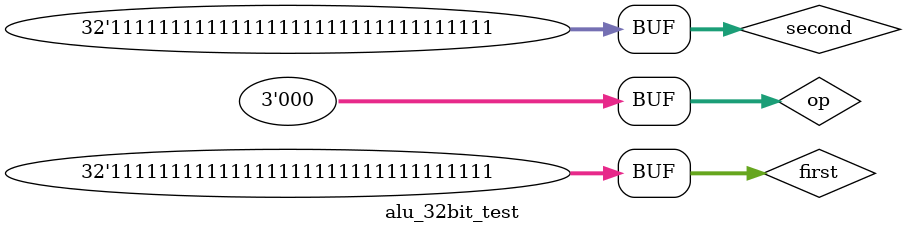
<source format=v>
module alu_32bit_test();

  reg [2:0] op;
  reg [31:0] first, second;
  wire [31:0] result;
  wire zero;

  alu_32bit alu32(zero,result,first,second,op);

  initial begin
    first=32'b00000000000000000000000000000010;
    second=32'b00000000000000000000000000000001;
    op=3'b110;
    #20;
    first=32'b11111111111111111111111111111111;
    second=32'b11111111111111111111111111111111;
    op=3'b000;
  end

  initial begin
  	$monitor("time=%2d, first=%32b,second=%32b, op=%3b, zero=%1b, result=%32b",$time,first,second,op,zero,result);
	end

endmodule

</source>
